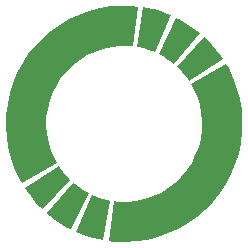
<source format=gbp>
G04*
G04 #@! TF.GenerationSoftware,Altium Limited,Altium Designer,20.0.13 (296)*
G04*
G04 Layer_Color=128*
%FSLAX25Y25*%
%MOIN*%
G70*
G01*
G75*
%ADD31C,0.03937*%
G36*
X55702Y125724D02*
D01*
Y125724D01*
Y125724D01*
D02*
G37*
G36*
X57656Y125475D02*
X58822Y125281D01*
X61127Y124753D01*
X63397Y124088D01*
X65622Y123288D01*
X66709Y122822D01*
X66713Y122820D01*
X66721Y122812D01*
X66725Y122803D01*
X66725Y122792D01*
X66723Y122787D01*
X66723Y122787D01*
X66723Y122787D01*
X66722Y122787D01*
X66722Y122786D01*
X66722Y122786D01*
X61447Y110485D01*
X61447Y110485D01*
X61445Y110480D01*
X61437Y110473D01*
X61427Y110468D01*
X61417Y110469D01*
X61412Y110471D01*
Y110471D01*
X60692Y110767D01*
X59226Y111294D01*
X57731Y111732D01*
X56213Y112079D01*
X55447Y112219D01*
X55443Y112220D01*
X55434Y112224D01*
X55428Y112232D01*
X55425Y112240D01*
Y112245D01*
Y112246D01*
X55425Y112247D01*
X55425Y112248D01*
X55425Y112249D01*
X55425Y112250D01*
X57625Y125453D01*
Y125453D01*
X57626Y125459D01*
X57632Y125467D01*
X57640Y125473D01*
X57651Y125476D01*
X57656Y125475D01*
D02*
G37*
G36*
X53903Y125932D02*
X55702Y125724D01*
X54165Y112426D01*
X52737Y112552D01*
X49871Y112565D01*
X47021Y112263D01*
X44221Y111649D01*
X41506Y110730D01*
X38909Y109518D01*
X36461Y108027D01*
X34192Y106275D01*
X32130Y104284D01*
X30300Y102079D01*
X28723Y99685D01*
X27421Y97132D01*
X26407Y94451D01*
X25694Y91675D01*
X25292Y88837D01*
X25205Y85972D01*
X25434Y83115D01*
X25976Y80300D01*
X26824Y77562D01*
X27970Y74935D01*
X28649Y73673D01*
X17041Y67006D01*
X16139Y68577D01*
X14631Y71871D01*
X13431Y75290D01*
X12551Y78805D01*
X11997Y82386D01*
X11774Y86002D01*
X11884Y89624D01*
X12327Y93220D01*
X13098Y96761D01*
X14191Y100215D01*
X15596Y103555D01*
X17302Y106751D01*
X19295Y109778D01*
X21557Y112608D01*
X24069Y115219D01*
X26811Y117588D01*
X29759Y119695D01*
X32887Y121523D01*
X36170Y123055D01*
X39581Y124280D01*
X43089Y125186D01*
X46665Y125766D01*
X50280Y126016D01*
X53903Y125932D01*
D02*
G37*
G36*
X84009Y108347D02*
Y108347D01*
D01*
Y108347D01*
D02*
G37*
G36*
X68499Y121941D02*
X69550Y121426D01*
X71585Y120274D01*
X73548Y119002D01*
X75432Y117617D01*
X76332Y116869D01*
X67802Y106622D01*
X67802D01*
X67202Y107106D01*
X65960Y108019D01*
X64666Y108856D01*
X63325Y109616D01*
X62639Y109966D01*
X68499Y121941D01*
Y121941D01*
D02*
G37*
G36*
X78726Y114769D02*
X80376Y113054D01*
X81920Y111242D01*
X83352Y109340D01*
X84009Y108347D01*
X72848Y100958D01*
X72404Y101606D01*
X71460Y102861D01*
X70441Y104057D01*
X69352Y105188D01*
X68783Y105729D01*
Y105729D01*
X77850Y115576D01*
X78726Y114769D01*
D02*
G37*
G36*
X85054Y106679D02*
X85989Y105102D01*
X87556Y101786D01*
X88809Y98340D01*
X89736Y94792D01*
X90329Y91172D01*
X90584Y87514D01*
X90497Y83848D01*
X90069Y80206D01*
X89305Y76619D01*
X88211Y73119D01*
X86797Y69735D01*
X85074Y66498D01*
X83057Y63435D01*
X80765Y60572D01*
X78216Y57935D01*
X75433Y55547D01*
X72441Y53427D01*
X69264Y51595D01*
X65931Y50065D01*
X62470Y48853D01*
X58911Y47967D01*
X55286Y47416D01*
X51625Y47204D01*
X47960Y47333D01*
X46141Y47568D01*
X47855Y60844D01*
X47855D01*
X47855Y60844D01*
Y60844D01*
X49298Y60698D01*
X52199Y60650D01*
X55087Y60925D01*
X57926Y61520D01*
X60681Y62429D01*
X63317Y63638D01*
X65803Y65134D01*
X68106Y66898D01*
X70198Y68907D01*
X72053Y71137D01*
X73648Y73560D01*
X74963Y76146D01*
X75982Y78862D01*
X76692Y81675D01*
X77083Y84549D01*
X77152Y87449D01*
X76897Y90339D01*
X76322Y93182D01*
X75433Y95943D01*
X74242Y98589D01*
X73537Y99857D01*
X85054Y106679D01*
Y106679D01*
D02*
G37*
G36*
X29324Y72562D02*
X29751Y71919D01*
X30662Y70672D01*
X31645Y69482D01*
X32697Y68352D01*
X33248Y67810D01*
X24010Y58124D01*
X24010Y58124D01*
X23163Y58931D01*
X21568Y60644D01*
X20078Y62449D01*
X18697Y64339D01*
X18064Y65324D01*
X29324Y72562D01*
X29324D01*
X29324Y72562D01*
D02*
G37*
G36*
X34210Y66938D02*
X34813Y66433D01*
X36063Y65481D01*
X37368Y64606D01*
X38724Y63811D01*
X39419Y63445D01*
X33360Y51509D01*
Y51509D01*
X32298Y52048D01*
X30242Y53253D01*
X28264Y54579D01*
X26370Y56023D01*
X25468Y56801D01*
X34210Y66938D01*
Y66938D01*
D02*
G37*
G36*
X41312Y62577D02*
X42780Y62025D01*
X44278Y61564D01*
X45801Y61193D01*
X46571Y61042D01*
X44196Y47869D01*
X44196Y47869D01*
X43026Y48080D01*
X40717Y48641D01*
X38446Y49342D01*
X36222Y50178D01*
X35137Y50662D01*
X40592Y62886D01*
X41312Y62577D01*
D02*
G37*
D31*
X60261Y117594D02*
D03*
X68729Y113712D02*
D03*
X75754Y107552D02*
D03*
X80867Y99301D02*
D03*
X41670Y55764D02*
D03*
X33200Y59802D02*
D03*
X26287Y66059D02*
D03*
X21305Y74382D02*
D03*
M02*

</source>
